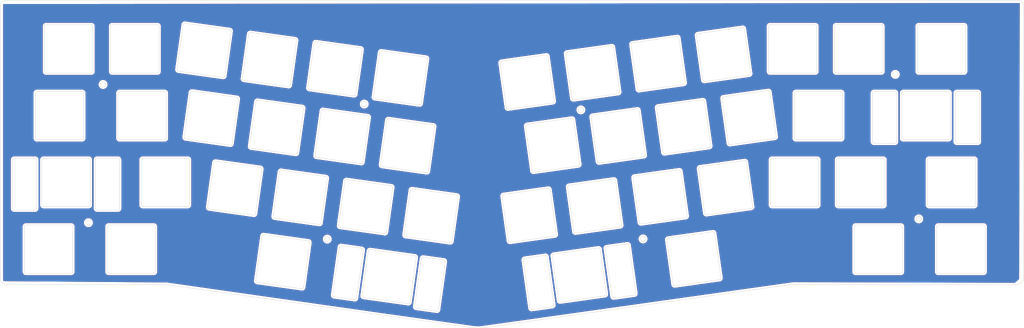
<source format=kicad_pcb>
(kicad_pcb (version 20210126) (generator pcbnew)
  (layers (0 "F.Cu" signal) (31 "B.Cu" signal) (34 "B.Paste" user) (35 "F.Paste" user) (36 "B.SilkS" user "B.Silkscreen") (37 "F.SilkS" user "F.Silkscreen") (38 "B.Mask" user) (39 "F.Mask" user) (44 "Edge.Cuts" user))
  (net 0 "")
  (gr_arc (start 187.534651 176.618375) (end 187.604237 176.12324) (angle -90) (layer "Edge.Cuts") (width 0.1))
  (gr_arc (start 218.811522 190.832721) (end 218.316387 190.902307) (angle -90) (layer "Edge.Cuts") (width 0.1))
  (gr_line (start 168.379329 188.063856) (end 170.327753 174.200103) (layer "Edge.Cuts") (width 0.1))
  (gr_line (start 260.11088 184.52356) (end 272.984364 182.714309) (layer "Edge.Cuts") (width 0.1))
  (gr_line (start 287.037281 122.677143) (end 287.037281 109.677143) (layer "Edge.Cuts") (width 0.1))
  (gr_arc (start 263.189302 164.348787) (end 263.258888 164.843922) (angle -90) (layer "Edge.Cuts") (width 0.1))
  (gr_arc (start 185.120377 176.279071) (end 185.615511 176.348657) (angle -90) (layer "Edge.Cuts") (width 0.1))
  (gr_arc (start 267.371174 150.633306) (end 267.301587 150.138171) (angle -90) (layer "Edge.Cuts") (width 0.1))
  (gr_arc (start 279.658315 110.43203) (end 280.153449 110.362443) (angle -90) (layer "Edge.Cuts") (width 0.1))
  (gr_arc (start 109.942031 180.398642) (end 109.942031 180.898643) (angle -90) (layer "Edge.Cuts") (width 0.1))
  (gr_arc (start 349.019531 167.398642) (end 349.519531 167.398643) (angle -90) (layer "Edge.Cuts") (width 0.1))
  (gr_arc (start 246.448347 172.811033) (end 246.943481 172.741446) (angle -90) (layer "Edge.Cuts") (width 0.1))
  (gr_arc (start 184.330443 156.930838) (end 184.400029 156.435703) (angle -90) (layer "Edge.Cuts") (width 0.1))
  (gr_arc (start 169.493361 116.371191) (end 169.988495 116.440777) (angle -90) (layer "Edge.Cuts") (width 0.1))
  (gr_arc (start 183.311127 189.152556) (end 183.24154 189.64769) (angle -90) (layer "Edge.Cuts") (width 0.1))
  (gr_arc (start 169.832619 174.130517) (end 170.327753 174.200103) (angle -90) (layer "Edge.Cuts") (width 0.1))
  (gr_arc (start 336.019531 180.398643) (end 335.519531 180.398643) (angle -90) (layer "Edge.Cuts") (width 0.1))
  (gr_line (start 251.600886 146.740218) (end 249.791636 133.866734) (layer "Edge.Cuts") (width 0.1))
  (gr_line (start 246.378761 172.315899) (end 240.437152 173.150937) (layer "Edge.Cuts") (width 0.1))
  (gr_circle (center 170.590674 132.091571) (end 171.390674 132.091571) (layer "Edge.Cuts") (width 0.1) (fill none))
  (gr_line (start 268.091522 130.789939) (end 255.218037 132.599189) (layer "Edge.Cuts") (width 0.1))
  (gr_arc (start 73.129531 180.398643) (end 72.629531 180.398643) (angle -90) (layer "Edge.Cuts") (width 0.1))
  (gr_line (start 338.923031 142.417643) (end 325.923031 142.417642) (layer "Edge.Cuts") (width 0.1))
  (gr_line (start 219.437246 151.765437) (end 232.310731 149.956187) (layer "Edge.Cuts") (width 0.1))
  (gr_line (start 269.250011 164.001924) (end 282.123496 162.192674) (layer "Edge.Cuts") (width 0.1))
  (gr_arc (start 343.399781 122.677143) (end 343.399781 123.177143) (angle -90) (layer "Edge.Cuts") (width 0.1))
  (gr_arc (start 165.465837 154.279589) (end 165.535423 153.784455) (angle -90) (layer "Edge.Cuts") (width 0.1))
  (gr_line (start 161.872999 187.654365) (end 167.814609 188.489404) (layer "Edge.Cuts") (width 0.1))
  (gr_arc (start 119.752781 148.158143) (end 120.252781 148.158143) (angle -90) (layer "Edge.Cuts") (width 0.1))
  (gr_line (start 100.115781 148.158143) (end 100.115781 162.158143) (layer "Edge.Cuts") (width 0.1))
  (gr_arc (start 133.829052 130.596114) (end 134.324186 130.6657) (angle -90) (layer "Edge.Cuts") (width 0.1))
  (gr_line (start 330.399781 109.177143) (end 343.399781 109.177143) (layer "Edge.Cuts") (width 0.1))
  (gr_line (start 119.752781 161.658143) (end 106.752781 161.658143) (layer "Edge.Cuts") (width 0.1))
  (gr_line (start 222.73512 175.638796) (end 216.793512 176.473834) (layer "Edge.Cuts") (width 0.1))
  (gr_line (start 195.889811 171.68316) (end 197.69906 158.809674) (layer "Edge.Cuts") (width 0.1))
  (gr_line (start 293.312511 184.098643) (end 358.659848 184.098642) (layer "Edge.Cuts") (width 0.1))
  (gr_line (start 332.852531 161.158143) (end 332.852531 148.158143) (layer "Edge.Cuts") (width 0.1))
  (gr_line (start 137.260137 111.841106) (end 135.450887 124.714591) (layer "Edge.Cuts") (width 0.1))
  (gr_arc (start 150.628756 113.719943) (end 151.12389 113.789529) (angle -90) (layer "Edge.Cuts") (width 0.1))
  (gr_arc (start 138.800857 163.659829) (end 138.73127 164.154964) (angle -90) (layer "Edge.Cuts") (width 0.1))
  (gr_arc (start 268.161109 131.285073) (end 268.656243 131.215486) (angle -90) (layer "Edge.Cuts") (width 0.1))
  (gr_line (start 320.08728 109.677143) (end 320.08728 122.677143) (layer "Edge.Cuts") (width 0.1))
  (gr_line (start 171.751758 174.400234) (end 169.942508 187.273719) (layer "Edge.Cuts") (width 0.1))
  (gr_arc (start 248.506567 153.284553) (end 248.43698 152.789418) (angle -90) (layer "Edge.Cuts") (width 0.1))
  (gr_line (start 89.772781 128.917643) (end 89.772781 141.917643) (layer "Edge.Cuts") (width 0.1))
  (gr_arc (start 272.914779 182.219175) (end 272.984365 182.714309) (angle -90) (layer "Edge.Cuts") (width 0.1))
  (gr_arc (start 148.819505 126.593428) (end 148.749918 127.088562) (angle -90) (layer "Edge.Cuts") (width 0.1))
  (gr_arc (start 75.739781 148.158143) (end 76.239781 148.158143) (angle -90) (layer "Edge.Cuts") (width 0.1))
  (gr_line (start 132.514936 143.539185) (end 134.324186 130.6657) (layer "Edge.Cuts") (width 0.1))
  (gr_line (start 335.519531 180.398643) (end 335.519531 167.398643) (layer "Edge.Cuts") (width 0.1))
  (gr_arc (start 99.615781 162.158143) (end 99.615781 162.658142) (angle -90) (layer "Edge.Cuts") (width 0.1))
  (gr_arc (start 182.521192 169.804323) (end 182.026057 169.734736) (angle -90) (layer "Edge.Cuts") (width 0.1))
  (gr_arc (start 300.53728 109.677142) (end 301.03728 109.677143) (angle -90) (layer "Edge.Cuts") (width 0.1))
  (gr_circle (center 95.328318 126.440719) (end 96.128318 126.440719) (layer "Edge.Cuts") (width 0.1) (fill none))
  (gr_line (start 222.994909 117.890639) (end 210.121424 119.699889) (layer "Edge.Cuts") (width 0.1))
  (gr_line (start 192.02297 191.386753) (end 193.971393 177.523) (layer "Edge.Cuts") (width 0.1))
  (gr_arc (start 346.352531 148.158143) (end 346.852531 148.158143) (angle -90) (layer "Edge.Cuts") (width 0.1))
  (gr_line (start 229.146828 156.005386) (end 230.956078 168.878872) (layer "Edge.Cuts") (width 0.1))
  (gr_line (start 183.835309 156.861251) (end 182.026058 169.734736) (layer "Edge.Cuts") (width 0.1))
  (gr_arc (start 190.422872 138.549856) (end 190.918006 138.619442) (angle -90) (layer "Edge.Cuts") (width 0.1))
  (gr_line (start 301.03728 109.677143) (end 301.03728 122.677143) (layer "Edge.Cuts") (width 0.1))
  (gr_arc (start 223.064495 118.385773) (end 223.559629 118.316186) (angle -90) (layer "Edge.Cuts") (width 0.1))
  (gr_arc (start 159.474715 153.437593) (end 159.969849 153.507179) (angle -90) (layer "Edge.Cuts") (width 0.1))
  (gr_line (start 271.035942 168.850557) (end 258.162456 170.659807) (layer "Edge.Cuts") (width 0.1))
  (gr_arc (start 96.942031 167.398643) (end 96.942031 166.898643) (angle -90) (layer "Edge.Cuts") (width 0.1))
  (gr_arc (start 346.352531 161.158143) (end 346.352531 161.658143) (angle -90) (layer "Edge.Cuts") (width 0.1))
  (gr_line (start 225.955223 169.581696) (end 224.145973 156.708211) (layer "Edge.Cuts") (width 0.1))
  (gr_arc (start 76.272781 141.917643) (end 75.772781 141.917643) (angle -90) (layer "Edge.Cuts") (width 0.1))
  (gr_arc (start 341.361031 142.917642) (end 340.861031 142.917643) (angle -90) (layer "Edge.Cuts") (width 0.1))
  (gr_line (start 307.966781 142.417642) (end 294.96678 142.417642) (layer "Edge.Cuts") (width 0.1))
  (gr_line (start 349.519531 167.398643) (end 349.519531 180.398643) (layer "Edge.Cuts") (width 0.1))
  (gr_arc (start 251.105752 146.809805) (end 251.175338 147.304939) (angle -90) (layer "Edge.Cuts") (width 0.1))
  (gr_line (start 127.241489 148.907509) (end 125.432238 161.780994) (layer "Edge.Cuts") (width 0.1))
  (gr_arc (start 338.923031 141.917643) (end 338.923031 142.417643) (angle -90) (layer "Edge.Cuts") (width 0.1))
  (gr_arc (start 146.60123 151.628343) (end 146.670816 151.133208) (angle -90) (layer "Edge.Cuts") (width 0.1))
  (gr_line (start 263.098092 125.887176) (end 261.288842 113.013691) (layer "Edge.Cuts") (width 0.1))
  (gr_arc (start 317.485031 128.917643) (end 317.485031 128.417643) (angle -90) (layer "Edge.Cuts") (width 0.1))
  (gr_line (start 333.352531 147.658143) (end 346.352531 147.658143) (layer "Edge.Cuts") (width 0.1))
  (gr_arc (start 113.085281 128.917643) (end 113.585281 128.917643) (angle -90) (layer "Edge.Cuts") (width 0.1))
  (gr_arc (start 91.939781 109.677142) (end 92.439781 109.677143) (angle -90) (layer "Edge.Cuts") (width 0.1))
  (gr_arc (start 158.68478 134.089358) (end 158.754366 133.594223) (angle -90) (layer "Edge.Cuts") (width 0.1))
  (gr_line (start 106.752781 147.658143) (end 119.752781 147.658143) (layer "Edge.Cuts") (width 0.1))
  (gr_arc (start 262.602958 125.956763) (end 262.672544 126.451897) (angle -90) (layer "Edge.Cuts") (width 0.1))
  (gr_arc (start 212.00026 133.068508) (end 211.505126 133.138094) (angle -90) (layer "Edge.Cuts") (width 0.1))
  (gr_arc (start 358.66222 104.14939) (end 360.66222 104.14945) (angle -90.00174353) (layer "Edge.Cuts") (width 0.1))
  (gr_arc (start 195.394677 171.613573) (end 195.32509 172.108707) (angle -90) (layer "Edge.Cuts") (width 0.1))
  (gr_line (start 178.408908 155.593707) (end 165.535424 153.784456) (layer "Edge.Cuts") (width 0.1))
  (gr_arc (start 244.324697 167.000035) (end 244.394283 167.495169) (angle -90) (layer "Edge.Cuts") (width 0.1))
  (gr_arc (start 97.989781 109.677143) (end 97.989781 109.177143) (angle -90) (layer "Edge.Cuts") (width 0.1))
  (gr_line (start 187.043852 131.96551) (end 188.853102 119.092025) (layer "Edge.Cuts") (width 0.1))
  (gr_line (start 248.891905 186.605199) (end 246.943481 172.741446) (layer "Edge.Cuts") (width 0.1))
  (gr_arc (start 197.203927 158.740088) (end 197.699061 158.809674) (angle -90) (layer "Edge.Cuts") (width 0.1))
  (gr_line (start 113.585281 128.917643) (end 113.585281 141.917643) (layer "Edge.Cuts") (width 0.1))
  (gr_line (start 286.956128 128.13869) (end 274.082643 129.94794) (layer "Edge.Cuts") (width 0.1))
  (gr_arc (start 78.939781 122.677143) (end 78.439781 122.677143) (angle -90) (layer "Edge.Cuts") (width 0.1))
  (gr_line (start 99.615781 162.658142) (end 93.615781 162.658143) (layer "Edge.Cuts") (width 0.1))
  (gr_arc (start 236.423017 135.74557) (end 236.35343 135.250435) (angle -90) (layer "Edge.Cuts") (width 0.1))
  (gr_arc (start 255.287624 133.094323) (end 255.218037 132.599188) (angle -90) (layer "Edge.Cuts") (width 0.1))
  (gr_line (start 190.492459 138.054722) (end 177.618974 136.245471) (layer "Edge.Cuts") (width 0.1))
  (gr_arc (start 222.804707 176.13393) (end 223.299841 176.064343) (angle -90) (layer "Edge.Cuts") (width 0.1))
  (gr_arc (start 248.396771 186.674786) (end 248.466357 187.16992) (angle -90) (layer "Edge.Cuts") (width 0.1))
  (gr_line (start 189.108756 151.492927) (end 190.918006 138.619443) (layer "Edge.Cuts") (width 0.1))
  (gr_arc (start 260.041294 184.028425) (end 259.546159 184.098012) (angle -90) (layer "Edge.Cuts") (width 0.1))
  (gr_line (start 156.805943 147.457977) (end 169.679428 149.267228) (layer "Edge.Cuts") (width 0.1))
  (gr_arc (start 240.506739 173.646071) (end 240.437152 173.150936) (angle -90) (layer "Edge.Cuts") (width 0.1))
  (gr_arc (start 247.920223 114.892528) (end 247.850636 114.397393) (angle -90) (layer "Edge.Cuts") (width 0.1))
  (gr_line (start 227.097817 189.163244) (end 239.971302 187.353994) (layer "Edge.Cuts") (width 0.1))
  (gr_arc (start 333.352531 161.158143) (end 332.852531 161.158143) (angle -90) (layer "Edge.Cuts") (width 0.1))
  (gr_arc (start 301.108781 148.158142) (end 301.608781 148.158143) (angle -90) (layer "Edge.Cuts") (width 0.1))
  (gr_arc (start 177.549387 136.740606) (end 177.618973 136.245471) (angle -90) (layer "Edge.Cuts") (width 0.1))
  (gr_arc (start 97.989781 122.677143) (end 97.489781 122.677143) (angle -90) (layer "Edge.Cuts") (width 0.1))
  (gr_line (start 89.272781 142.417643) (end 76.272781 142.417643) (layer "Edge.Cuts") (width 0.1))
  (gr_circle (center 159.937427 170.99908) (end 160.737427 170.99908) (layer "Edge.Cuts") (width 0.1) (fill none))
  (gr_arc (start 307.158781 161.158142) (end 306.658781 161.158143) (angle -90) (layer "Edge.Cuts") (width 0.1))
  (gr_line (start 110.442031 167.398643) (end 110.442031 180.398643) (layer "Edge.Cuts") (width 0.1))
  (gr_line (start 242.44586 153.631416) (end 229.572375 155.440667) (layer "Edge.Cuts") (width 0.1))
  (gr_line (start 225.248264 189.928096) (end 223.299841 176.064343) (layer "Edge.Cuts") (width 0.1))
  (gr_line (start 254.79249 133.16391) (end 256.60174 146.037394) (layer "Edge.Cuts") (width 0.1))
  (gr_arc (start 69.739781 148.158143) (end 69.739781 147.658143) (angle -90) (layer "Edge.Cuts") (width 0.1))
  (gr_arc (start 138.010924 144.311596) (end 137.515789 144.242009) (angle -90) (layer "Edge.Cuts") (width 0.1))
  (gr_circle (center 91.108191 166.274597) (end 91.908191 166.274597) (layer "Edge.Cuts") (width 0.1) (fill none))
  (gr_line (start 153.151275 184.913865) (end 154.960526 172.04038) (layer "Edge.Cuts") (width 0.1))
  (gr_arc (start 227.028231 188.66811) (end 226.533096 188.737696) (angle -90) (layer "Edge.Cuts") (width 0.1))
  (gr_line (start 248.011433 153.35414) (end 249.820683 166.227625) (layer "Edge.Cuts") (width 0.1))
  (gr_line (start 171.627852 135.403475) (end 158.754367 133.594224) (layer "Edge.Cuts") (width 0.1))
  (gr_arc (start 250.315817 166.158038) (end 249.820682 166.227624) (angle -90) (layer "Edge.Cuts") (width 0.1))
  (gr_arc (start 341.361031 128.917643) (end 341.361031 128.417643) (angle -90) (layer "Edge.Cuts") (width 0.1))
  (gr_arc (start 301.108781 161.158143) (end 301.108781 161.658143) (angle -90) (layer "Edge.Cuts") (width 0.1))
  (gr_line (start 177.054253 136.671019) (end 175.245003 149.544504) (layer "Edge.Cuts") (width 0.1))
  (gr_arc (start 274.152229 130.443075) (end 274.082642 129.94794) (angle -90) (layer "Edge.Cuts") (width 0.1))
  (gr_line (start 119.07673 142.155482) (end 131.950215 143.964732) (layer "Edge.Cuts") (width 0.1))
  (gr_line (start 139.295991 163.729416) (end 141.105241 150.855932) (layer "Edge.Cuts") (width 0.1))
  (gr_line (start 319.587281 123.177143) (end 306.587281 123.177142) (layer "Edge.Cuts") (width 0.1))
  (gr_line (start 210.28222 158.656635) (end 212.091471 171.53012) (layer "Edge.Cuts") (width 0.1))
  (gr_arc (start 210.191011 120.195023) (end 210.121424 119.699888) (angle -90) (layer "Edge.Cuts") (width 0.1))
  (gr_line (start 320.158781 161.658143) (end 307.158781 161.658142) (layer "Edge.Cuts") (width 0.1))
  (gr_arc (start 137.75527 111.910693) (end 137.824857 111.415558) (angle -90) (layer "Edge.Cuts") (width 0.1))
  (gr_line (start 316.985031 142.917643) (end 316.985031 128.917643) (layer "Edge.Cuts") (width 0.1))
  (gr_line (start 158.189646 134.019772) (end 156.380396 146.893257) (layer "Edge.Cuts") (width 0.1))
  (gr_arc (start 78.177781 148.158142) (end 78.177781 147.658143) (angle -90) (layer "Edge.Cuts") (width 0.1))
  (gr_line (start 325.923031 128.417643) (end 338.923031 128.417643) (layer "Edge.Cuts") (width 0.1))
  (gr_arc (start 188.613622 151.423341) (end 188.544035 151.918475) (angle -90) (layer "Edge.Cuts") (width 0.1))
  (gr_arc (start 358.659848 182.098643) (end 358.659848 184.098642) (angle -89.99825647) (layer "Edge.Cuts") (width 0.1))
  (gr_arc (start 152.656141 184.844278) (end 152.586554 185.339412) (angle -90) (layer "Edge.Cuts") (width 0.1))
  (gr_line (start 193.545846 176.958279) (end 187.604237 176.123241) (layer "Edge.Cuts") (width 0.1))
  (gr_line (start 257.736908 171.224526) (end 259.54616 184.098012) (layer "Edge.Cuts") (width 0.1))
  (gr_line (start 163.395876 173.225891) (end 161.447453 187.089644) (layer "Edge.Cuts") (width 0.1))
  (gr_arc (start 243.738353 128.60801) (end 243.807939 129.103144) (angle -90) (layer "Edge.Cuts") (width 0.1))
  (gr_line (start 159.544301 152.942459) (end 146.670816 151.133209) (layer "Edge.Cuts") (width 0.1))
  (gr_arc (start 330.399781 122.677143) (end 329.899781 122.677143) (angle -90) (layer "Edge.Cuts") (width 0.1))
  (gr_line (start 263.684436 164.2792) (end 261.875186 151.405716) (layer "Edge.Cuts") (width 0.1))
  (gr_arc (start 193.476259 177.453413) (end 193.971393 177.522999) (angle -90) (layer "Edge.Cuts") (width 0.1))
  (gr_arc (start 343.399781 109.677143) (end 343.899781 109.677143) (angle -90) (layer "Edge.Cuts") (width 0.1))
  (gr_line (start 282.549044 161.627954) (end 280.739793 148.754469) (layer "Edge.Cuts") (width 0.1))
  (gr_arc (start 131.764148 111.068696) (end 132.259282 111.138282) (angle -90) (layer "Edge.Cuts") (width 0.1))
  (gr_line (start 329.899781 122.677143) (end 329.899781 109.677143) (layer "Edge.Cuts") (width 0.1))
  (gr_arc (start 229.641962 155.9358) (end 229.572375 155.440666) (angle -90) (layer "Edge.Cuts") (width 0.1))
  (gr_line (start 144.722393 164.996961) (end 157.595878 166.806212) (layer "Edge.Cuts") (width 0.1))
  (gr_arc (start 91.177781 161.158143) (end 91.177781 161.658143) (angle -90) (layer "Edge.Cuts") (width 0.1))
  (gr_arc (start 280.244659 148.824055) (end 280.739793 148.754468) (angle -90) (layer "Edge.Cuts") (width 0.1))
  (gr_arc (start 231.451212 168.809286) (end 230.956077 168.878872) (angle -90) (layer "Edge.Cuts") (width 0.1))
  (gr_line (start 156.124742 114.492354) (end 154.315492 127.365839) (layer "Edge.Cuts") (width 0.1))
  (gr_line (start 182.451606 170.299457) (end 195.325091 172.108707) (layer "Edge.Cuts") (width 0.1))
  (gr_arc (start 294.96678 128.917643) (end 294.96678 128.417643) (angle -90) (layer "Edge.Cuts") (width 0.1))
  (gr_line (start 341.361031 128.417643) (end 347.361031 128.417643) (layer "Edge.Cuts") (width 0.1))
  (gr_circle (center 323.619329 123.537306) (end 324.419329 123.537306) (layer "Edge.Cuts") (width 0.1) (fill none))
  (gr_arc (start 249.296502 133.93632) (end 249.791636 133.866733) (angle -90) (layer "Edge.Cuts") (width 0.1))
  (gr_arc (start 307.966781 128.917642) (end 308.46678 128.917643) (angle -90) (layer "Edge.Cuts") (width 0.1))
  (gr_line (start 346.852531 148.158143) (end 346.852531 161.158143) (layer "Edge.Cuts") (width 0.1))
  (gr_line (start 347.861031 128.917643) (end 347.861031 142.917643) (layer "Edge.Cuts") (width 0.1))
  (gr_arc (start 75.739781 162.158143) (end 75.739781 162.658142) (angle -90) (layer "Edge.Cuts") (width 0.1))
  (gr_line (start 323.485031 143.417643) (end 317.485031 143.417642) (layer "Edge.Cuts") (width 0.1))
  (gr_line (start 169.562948 115.876057) (end 156.689462 114.066807) (layer "Edge.Cuts") (width 0.1))
  (gr_arc (start 117.081413 122.13293) (end 116.586278 122.063343) (angle -90) (layer "Edge.Cuts") (width 0.1))
  (gr_arc (start 120.955567 128.786863) (end 121.025153 128.291728) (angle -90) (layer "Edge.Cuts") (width 0.1))
  (gr_arc (start 307.158781 148.158143) (end 307.158781 147.658143) (angle -90) (layer "Edge.Cuts") (width 0.1))
  (gr_line (start 270.465493 144.088971) (end 268.656243 131.215486) (layer "Edge.Cuts") (width 0.1))
  (gr_arc (start 169.749014 148.772094) (end 169.679428 149.267228) (angle -90) (layer "Edge.Cuts") (width 0.1))
  (gr_arc (start 275.96148 143.31656) (end 275.466345 143.386146) (angle -90) (layer "Edge.Cuts") (width 0.1))
  (gr_line (start 111.489781 109.677143) (end 111.489781 122.677143) (layer "Edge.Cuts") (width 0.1))
  (gr_arc (start 172.246892 174.469821) (end 172.316478 173.974686) (angle -90) (layer "Edge.Cuts") (width 0.1))
  (gr_arc (start 320.158781 148.158142) (end 320.658781 148.158143) (angle -90) (layer "Edge.Cuts") (width 0.1))
  (gr_arc (start 91.939781 122.677143) (end 91.939781 123.177143) (angle -90) (layer "Edge.Cuts") (width 0.1))
  (gr_arc (start 268.594081 125.114765) (end 268.098946 125.184351) (angle -90) (layer "Edge.Cuts") (width 0.1))
  (gr_arc (start 269.970358 144.158558) (end 270.039945 144.653692) (angle -90) (layer "Edge.Cuts") (width 0.1))
  (gr_arc (start 230.864868 130.41726) (end 230.369733 130.486846) (angle -90) (layer "Edge.Cuts") (width 0.1))
  (gr_arc (start 287.537281 122.677143) (end 287.037281 122.677143) (angle -90) (layer "Edge.Cuts") (width 0.1))
  (gr_arc (start 224.873746 131.259258) (end 224.943332 131.754392) (angle -90) (layer "Edge.Cuts") (width 0.1))
  (gr_arc (start 257.096874 145.967808) (end 256.601739 146.037394) (angle -90) (layer "Edge.Cuts") (width 0.1))
  (gr_arc (start 129.954898 123.942181) (end 129.885311 124.437315) (angle -90) (layer "Edge.Cuts") (width 0.1))
  (gr_line (start 91.677781 148.158143) (end 91.677781 161.158143) (layer "Edge.Cuts") (width 0.1))
  (gr_line (start 217.063274 138.466405) (end 218.872526 151.33989) (layer "Edge.Cuts") (width 0.1))
  (gr_arc (start 119.752781 161.158143) (end 119.752781 161.658143) (angle -90) (layer "Edge.Cuts") (width 0.1))
  (gr_line (start 266.289697 112.310867) (end 268.098947 125.184352) (layer "Edge.Cuts") (width 0.1))
  (gr_arc (start 150.884409 146.120846) (end 150.814822 146.61598) (angle -90) (layer "Edge.Cuts") (width 0.1))
  (gr_arc (start 347.361031 142.917643) (end 347.361031 143.417643) (angle -90) (layer "Edge.Cuts") (width 0.1))
  (gr_line (start 149.314639 126.663014) (end 151.123889 113.78953) (layer "Edge.Cuts") (width 0.1))
  (gr_arc (start 127.736623 148.977095) (end 127.806209 148.48196) (angle -90) (layer "Edge.Cuts") (width 0.1))
  (gr_line (start 343.899781 109.677143) (end 343.899781 122.677143) (layer "Edge.Cuts") (width 0.1))
  (gr_line (start 306.587281 109.177143) (end 319.587281 109.177143) (layer "Edge.Cuts") (width 0.1))
  (gr_arc (start 154.465392 171.970793) (end 154.960526 172.040379) (angle -90) (layer "Edge.Cuts") (width 0.1))
  (gr_line (start 325.207031 180.898643) (end 312.207031 180.898642) (layer "Edge.Cuts") (width 0.1))
  (gr_line (start 131.833735 110.573562) (end 118.96025 108.76431) (layer "Edge.Cuts") (width 0.1))
  (gr_line (start 241.859516 115.239391) (end 228.986031 117.048642) (layer "Edge.Cuts") (width 0.1))
  (gr_arc (start 232.241145 149.461053) (end 232.310731 149.956187) (angle -90) (layer "Edge.Cuts") (width 0.1))
  (gr_line (start 154.741039 127.93056) (end 167.614524 129.73981) (layer "Edge.Cuts") (width 0.1))
  (gr_arc (start 225.460089 169.651283) (end 225.529675 170.146417) (angle -90) (layer "Edge.Cuts") (width 0.1))
  (gr_line (start 106.252781 161.158143) (end 106.252781 148.158143) (layer "Edge.Cuts") (width 0.1))
  (gr_arc (start 106.752781 161.158143) (end 106.252781 161.158143) (angle -90) (layer "Edge.Cuts") (width 0.1))
  (gr_arc (start 109.942031 167.398643) (end 110.442031 167.398643) (angle -90) (layer "Edge.Cuts") (width 0.1))
  (gr_arc (start 288.108781 161.158143) (end 287.608781 161.158143) (angle -90) (layer "Edge.Cuts") (width 0.1))
  (gr_line (start 173.605647 130.581807) (end 186.479131 132.391057) (layer "Edge.Cuts") (width 0.1))
  (gr_line (start 69.239781 162.158143) (end 69.239781 148.158143) (layer "Edge.Cuts") (width 0.1))
  (gr_arc (start 260.793708 113.083278) (end 261.288842 113.013691) (angle -90) (layer "Edge.Cuts") (width 0.1))
  (gr_line (start 75.772781 141.917643) (end 75.772781 128.917643) (layer "Edge.Cuts") (width 0.1))
  (gr_line (start 91.939781 123.177143) (end 78.939781 123.177143) (layer "Edge.Cuts") (width 0.1))
  (gr_arc (start 163.89101 173.295478) (end 163.960596 172.800343) (angle -90) (layer "Edge.Cuts") (width 0.1))
  (gr_arc (start 320.158781 161.158143) (end 320.158781 161.658143) (angle -90) (layer "Edge.Cuts") (width 0.1))
  (gr_line (start 187.039516 176.548788) (end 185.091093 190.412541) (layer "Edge.Cuts") (width 0.1))
  (gr_line (start 301.108781 161.658143) (end 288.108781 161.658142) (layer "Edge.Cuts") (width 0.1))
  (gr_line (start 228.560483 117.613362) (end 230.369734 130.486847) (layer "Edge.Cuts") (width 0.1))
  (gr_line (start 230.362308 136.092434) (end 217.488823 137.901684) (layer "Edge.Cuts") (width 0.1))
  (gr_arc (start 86.129531 167.398643) (end 86.629531 167.398643) (angle -90) (layer "Edge.Cuts") (width 0.1))
  (gr_arc (start 99.615781 148.158143) (end 100.115781 148.158143) (angle -90) (layer "Edge.Cuts") (width 0.1))
  (gr_arc (start 185.586227 190.482128) (end 185.091092 190.412541) (angle -90) (layer "Edge.Cuts") (width 0.1))
  (gr_arc (start 125.927371 161.85058) (end 125.432237 161.780993) (angle -90) (layer "Edge.Cuts") (width 0.1))
  (gr_arc (start 294.96678 141.917642) (end 294.46678 141.917643) (angle -90) (layer "Edge.Cuts") (width 0.1))
  (gr_line (start 312.207031 166.898643) (end 325.207031 166.898643) (layer "Edge.Cuts") (width 0.1))
  (gr_line (start 232.736279 149.391466) (end 230.927028 136.517981) (layer "Edge.Cuts") (width 0.1))
  (gr_line (start 78.939781 109.177143) (end 91.939781 109.177142) (layer "Edge.Cuts") (width 0.1))
  (gr_arc (start 319.587281 109.677142) (end 320.08728 109.677143) (angle -90) (layer "Edge.Cuts") (width 0.1))
  (gr_arc (start 325.207031 180.398642) (end 325.207031 180.898643) (angle -90) (layer "Edge.Cuts") (width 0.1))
  (gr_line (start 281.9627 123.235928) (end 280.153449 110.362444) (layer "Edge.Cuts") (width 0.1))
  (gr_line (start 163.587 167.648209) (end 176.460485 169.45746) (layer "Edge.Cuts") (width 0.1))
  (gr_arc (start 261.380052 151.475303) (end 261.875186 151.405716) (angle -90) (layer "Edge.Cuts") (width 0.1))
  (gr_arc (start 176.530072 168.962326) (end 176.460485 169.45746) (angle -90) (layer "Edge.Cuts") (width 0.1))
  (gr_line (start 294.46678 141.917643) (end 294.46678 128.917643) (layer "Edge.Cuts") (width 0.1))
  (gr_line (start 77.677781 161.158143) (end 77.677781 148.158143) (layer "Edge.Cuts") (width 0.1))
  (gr_arc (start 229.055618 117.543776) (end 228.986031 117.048641) (angle -90) (layer "Edge.Cuts") (width 0.1))
  (gr_arc (start 203.446185 184.610611) (end 201.776109 196.493828) (angle -16.00000305) (layer "Edge.Cuts") (width 0.1))
  (gr_arc (start 347.361031 128.917642) (end 347.861031 128.917643) (angle -90) (layer "Edge.Cuts") (width 0.1))
  (gr_line (start 150.698342 113.224809) (end 137.824857 111.415559) (layer "Edge.Cuts") (width 0.1))
  (gr_line (start 273.657095 130.512662) (end 275.466346 143.386147) (layer "Edge.Cuts") (width 0.1))
  (gr_line (start 93.615781 147.658143) (end 99.615781 147.658143) (layer "Edge.Cuts") (width 0.1))
  (gr_line (start 139.325041 131.368523) (end 137.51579 144.242009) (layer "Edge.Cuts") (width 0.1))
  (gr_line (start 209.695877 120.26461) (end 211.505127 133.138095) (layer "Edge.Cuts") (width 0.1))
  (gr_arc (start 144.79198 164.501828) (end 144.296845 164.432241) (angle -90) (layer "Edge.Cuts") (width 0.1))
  (gr_line (start 218.881108 191.327855) (end 224.822717 190.492817) (layer "Edge.Cuts") (width 0.1))
  (gr_arc (start 170.437642 187.343305) (end 169.942507 187.273718) (angle -90) (layer "Edge.Cuts") (width 0.1))
  (gr_line (start 96.942031 166.898643) (end 109.942031 166.898643) (layer "Edge.Cuts") (width 0.1))
  (gr_arc (start 325.207031 167.398643) (end 325.707031 167.398643) (angle -90) (layer "Edge.Cuts") (width 0.1))
  (gr_arc (start 67.67778 104.14939) (end 67.67778 102.14939) (angle -90) (layer "Edge.Cuts") (width 0.1))
  (gr_line (start 311.707031 180.398643) (end 311.707031 167.398643) (layer "Edge.Cuts") (width 0.1))
  (gr_arc (start 249.729474 127.766013) (end 249.234339 127.835599) (angle -90) (layer "Edge.Cuts") (width 0.1))
  (gr_line (start 339.423031 128.917643) (end 339.423031 141.917643) (layer "Edge.Cuts") (width 0.1))
  (gr_arc (start 288.108781 148.158142) (end 288.108781 147.658143) (angle -90) (layer "Edge.Cuts") (width 0.1))
  (gr_arc (start 175.740137 149.614091) (end 175.245002 149.544504) (angle -90) (layer "Edge.Cuts") (width 0.1))
  (gr_arc (start 106.752781 148.158143) (end 106.752781 147.658143) (angle -90) (layer "Edge.Cuts") (width 0.1))
  (gr_line (start 146.106096 151.558756) (end 144.296846 164.432241) (layer "Edge.Cuts") (width 0.1))
  (gr_line (start 67.67778 102.14939) (end 358.66222 102.14939) (layer "Edge.Cuts") (width 0.1))
  (gr_line (start 140.679694 150.291212) (end 127.806209 148.481961) (layer "Edge.Cuts") (width 0.1))
  (gr_circle (center 330.37968 165.169742) (end 331.17968 165.169742) (layer "Edge.Cuts") (width 0.1) (fill none))
  (gr_line (start 185.189964 175.783936) (end 172.316479 173.974687) (layer "Edge.Cuts") (width 0.1))
  (gr_line (start 99.585281 141.917643) (end 99.585281 128.917643) (layer "Edge.Cuts") (width 0.1))
  (gr_line (start 257.16646 146.462942) (end 270.039946 144.653692) (layer "Edge.Cuts") (width 0.1))
  (gr_arc (start 266.784831 112.24128) (end 266.715244 111.746145) (angle -90) (layer "Edge.Cuts") (width 0.1))
  (gr_arc (start 282.05391 161.69754) (end 282.123496 162.192674) (angle -90) (layer "Edge.Cuts") (width 0.1))
  (gr_arc (start 325.923031 128.917643) (end 325.923031 128.417643) (angle -90) (layer "Edge.Cuts") (width 0.1))
  (gr_line (start 113.085281 142.417642) (end 100.085281 142.417643) (layer "Edge.Cuts") (width 0.1))
  (gr_arc (start 154.810626 127.435426) (end 154.315491 127.365839) (angle -90) (layer "Edge.Cuts") (width 0.1))
  (gr_arc (start 89.272781 128.917642) (end 89.772781 128.917643) (angle -90) (layer "Edge.Cuts") (width 0.1))
  (gr_line (start 97.989781 109.177143) (end 110.989781 109.177142) (layer "Edge.Cuts") (width 0.1))
  (gr_line (start 347.361031 143.417643) (end 341.361031 143.417642) (layer "Edge.Cuts") (width 0.1))
  (gr_line (start 93.115781 162.158143) (end 93.115781 148.158143) (layer "Edge.Cuts") (width 0.1))
  (gr_arc (start 167.684111 129.244676) (end 167.614524 129.73981) (angle -90) (layer "Edge.Cuts") (width 0.1))
  (gr_line (start 266.87604 150.702892) (end 268.685291 163.576377) (layer "Edge.Cuts") (width 0.1))
  (gr_line (start 75.739781 162.658142) (end 69.739781 162.658143) (layer "Edge.Cuts") (width 0.1))
  (gr_line (start 110.989781 123.177143) (end 97.989781 123.177143) (layer "Edge.Cuts") (width 0.1))
  (gr_line (start 276.031066 143.811694) (end 288.904551 142.002444) (layer "Edge.Cuts") (width 0.1))
  (gr_arc (start 141.591907 170.161543) (end 141.661493 169.666408) (angle -90) (layer "Edge.Cuts") (width 0.1))
  (gr_line (start 325.423031 141.917643) (end 325.423031 128.917643) (layer "Edge.Cuts") (width 0.1))
  (gr_arc (start 139.782656 183.035028) (end 139.287521 182.965441) (angle -90) (layer "Edge.Cuts") (width 0.1))
  (gr_arc (start 287.537281 109.677142) (end 287.537281 109.177143) (angle -90) (layer "Edge.Cuts") (width 0.1))
  (gr_arc (start 306.587281 122.677143) (end 306.087281 122.677143) (angle -90) (layer "Edge.Cuts") (width 0.1))
  (gr_arc (start 317.485031 142.917642) (end 316.985031 142.917643) (angle -90) (layer "Edge.Cuts") (width 0.1))
  (gr_arc (start 333.352531 148.158142) (end 333.352531 147.658143) (angle -90) (layer "Edge.Cuts") (width 0.1))
  (gr_arc (start 216.863097 176.968968) (end 216.793511 176.473833) (angle -90) (layer "Edge.Cuts") (width 0.1))
  (gr_arc (start 306.587281 109.677142) (end 306.587281 109.177143) (angle -90) (layer "Edge.Cuts") (width 0.1))
  (gr_line (start 323.985031 128.917643) (end 323.985031 142.917643) (layer "Edge.Cuts") (width 0.1))
  (gr_line (start 69.739781 147.658143) (end 75.739781 147.658143) (layer "Edge.Cuts") (width 0.1))
  (gr_line (start 230.934455 130.912394) (end 243.807939 129.103144) (layer "Edge.Cuts") (width 0.1))
  (gr_arc (start 191.527835 191.317166) (end 191.458249 191.8123) (angle -90) (layer "Edge.Cuts") (width 0.1))
  (gr_arc (start 224.75313 189.997683) (end 224.822716 190.492817) (angle -90) (layer "Edge.Cuts") (width 0.1))
  (gr_line (start 125.857786 162.345714) (end 138.73127 164.154964) (layer "Edge.Cuts") (width 0.1))
  (gr_arc (start 67.67778 182.098643) (end 65.677781 182.098643) (angle -90) (layer "Edge.Cuts") (width 0.1))
  (gr_line (start 360.66222 104.14945) (end 360.659848 182.098703) (layer "Edge.Cuts") (width 0.1))
  (gr_line (start 170.244149 148.84168) (end 172.053399 135.968195) (layer "Edge.Cuts") (width 0.1))
  (gr_line (start 96.442031 180.398643) (end 96.442031 167.398643) (layer "Edge.Cuts") (width 0.1))
  (gr_line (start 185.516641 190.977262) (end 191.458249 191.812299) (layer "Edge.Cuts") (width 0.1))
  (gr_arc (start 323.485031 142.917643) (end 323.485031 143.417643) (angle -90) (layer "Edge.Cuts") (width 0.1))
  (gr_arc (start 288.834965 141.50731) (end 288.904551 142.002444) (angle -90) (layer "Edge.Cuts") (width 0.1))
  (gr_circle (center 250.926633 170.941332) (end 251.726633 170.941332) (layer "Edge.Cuts") (width 0.1) (fill none))
  (gr_line (start 130.450032 124.011767) (end 132.259282 111.138282) (layer "Edge.Cuts") (width 0.1))
  (gr_arc (start 173.675233 130.086673) (end 173.180098 130.017086) (angle -90) (layer "Edge.Cuts") (width 0.1))
  (gr_line (start 183.806261 189.222142) (end 185.615511 176.348657) (layer "Edge.Cuts") (width 0.1))
  (gr_line (start 205.116264 196.493828) (end 293.312511 184.098643) (layer "Edge.Cuts") (width 0.1))
  (gr_line (start 225.36888 131.189671) (end 223.559629 118.316186) (layer "Edge.Cuts") (width 0.1))
  (gr_arc (start 118.890664 109.259445) (end 118.96025 108.76431) (angle -90) (layer "Edge.Cuts") (width 0.1))
  (gr_line (start 73.129531 166.898643) (end 86.129531 166.898643) (layer "Edge.Cuts") (width 0.1))
  (gr_line (start 135.876434 125.279312) (end 148.749919 127.088562) (layer "Edge.Cuts") (width 0.1))
  (gr_arc (start 271.105528 169.345691) (end 271.600662 169.276104) (angle -90) (layer "Edge.Cuts") (width 0.1))
  (gr_line (start 139.71307 183.530162) (end 152.586555 185.339411) (layer "Edge.Cuts") (width 0.1))
  (gr_line (start 212.656191 171.955667) (end 225.529676 170.146417) (layer "Edge.Cuts") (width 0.1))
  (gr_arc (start 110.989781 109.677142) (end 111.489781 109.677143) (angle -90) (layer "Edge.Cuts") (width 0.1))
  (gr_line (start 343.399781 123.177143) (end 330.399781 123.177142) (layer "Edge.Cuts") (width 0.1))
  (gr_arc (start 219.36766 151.270302) (end 218.872525 151.339889) (angle -90) (layer "Edge.Cuts") (width 0.1))
  (gr_line (start 307.158781 147.658143) (end 320.158781 147.658143) (layer "Edge.Cuts") (width 0.1))
  (gr_arc (start 217.558409 138.396818) (end 217.488822 137.901683) (angle -90) (layer "Edge.Cuts") (width 0.1))
  (gr_arc (start 132.019802 143.469598) (end 131.950215 143.964732) (angle -90) (layer "Edge.Cuts") (width 0.1))
  (gr_line (start 170.368055 187.838438) (end 183.241539 189.64769) (layer "Edge.Cuts") (width 0.1))
  (gr_arc (start 96.942031 180.398643) (end 96.442031 180.398643) (angle -90) (layer "Edge.Cuts") (width 0.1))
  (gr_line (start 212.069847 133.563642) (end 224.943332 131.754392) (layer "Edge.Cuts") (width 0.1))
  (gr_arc (start 336.019531 167.398643) (end 336.019531 166.898643) (angle -90) (layer "Edge.Cuts") (width 0.1))
  (gr_arc (start 281.467566 123.305515) (end 281.537152 123.800649) (angle -90) (layer "Edge.Cuts") (width 0.1))
  (gr_arc (start 86.129531 180.398643) (end 86.129531 180.898643) (angle -90) (layer "Edge.Cuts") (width 0.1))
  (gr_line (start 287.608781 161.158143) (end 287.608781 148.158143) (layer "Edge.Cuts") (width 0.1))
  (gr_line (start 240.396849 186.789274) (end 238.587599 173.915789) (layer "Edge.Cuts") (width 0.1))
  (gr_arc (start 188.357968 119.022438) (end 188.853102 119.092024) (angle -90) (layer "Edge.Cuts") (width 0.1))
  (gr_line (start 306.658781 161.158143) (end 306.658781 148.158143) (layer "Edge.Cuts") (width 0.1))
  (gr_arc (start 225.21898 175.794625) (end 225.149393 175.299491) (angle -90) (layer "Edge.Cuts") (width 0.1))
  (gr_line (start 92.439781 109.677143) (end 92.439781 122.677143) (layer "Edge.Cuts") (width 0.1))
  (gr_line (start 76.272781 128.417643) (end 89.272781 128.417642) (layer "Edge.Cuts") (width 0.1))
  (gr_arc (start 163.656587 167.153075) (end 163.161452 167.083488) (angle -90) (layer "Edge.Cuts") (width 0.1))
  (gr_line (start 188.427555 118.527304) (end 175.55407 116.718053) (layer "Edge.Cuts") (width 0.1))
  (gr_line (start 168.179245 129.314262) (end 169.988495 116.440778) (layer "Edge.Cuts") (width 0.1))
  (gr_arc (start 269.180425 163.506789) (end 268.68529 163.576376) (angle -90) (layer "Edge.Cuts") (width 0.1))
  (gr_line (start 242.524749 188.004958) (end 248.466356 187.16992) (layer "Edge.Cuts") (width 0.1))
  (gr_arc (start 171.558265 135.898608) (end 172.053399 135.968195) (angle -90) (layer "Edge.Cuts") (width 0.1))
  (gr_line (start 261.310465 150.980169) (end 248.43698 152.789419) (layer "Edge.Cuts") (width 0.1))
  (gr_line (start 294.96678 128.417643) (end 307.966781 128.417643) (layer "Edge.Cuts") (width 0.1))
  (gr_arc (start 338.923031 128.917643) (end 339.423031 128.917643) (angle -90) (layer "Edge.Cuts") (width 0.1))
  (gr_line (start 174.98935 117.143602) (end 173.180099 130.017086) (layer "Edge.Cuts") (width 0.1))
  (gr_line (start 86.129531 180.898643) (end 73.129531 180.898643) (layer "Edge.Cuts") (width 0.1))
  (gr_line (start 223.581253 156.282664) (end 210.707768 158.091914) (layer "Edge.Cuts") (width 0.1))
  (gr_line (start 78.177781 147.658143) (end 91.177781 147.658143) (layer "Edge.Cuts") (width 0.1))
  (gr_arc (start 230.431894 136.587568) (end 230.927028 136.517981) (angle -90) (layer "Edge.Cuts") (width 0.1))
  (gr_arc (start 287.025714 128.633825) (end 287.520848 128.564238) (angle -90) (layer "Edge.Cuts") (width 0.1))
  (gr_line (start 244.233487 128.538424) (end 242.424237 115.664939) (layer "Edge.Cuts") (width 0.1))
  (gr_line (start 152.763246 132.752227) (end 139.889761 130.942977) (layer "Edge.Cuts") (width 0.1))
  (gr_arc (start 93.615781 148.158143) (end 93.615781 147.658143) (angle -90) (layer "Edge.Cuts") (width 0.1))
  (gr_line (start 287.537281 109.177143) (end 300.537281 109.177143) (layer "Edge.Cuts") (width 0.1))
  (gr_line (start 320.658781 148.158143) (end 320.658781 161.158143) (layer "Edge.Cuts") (width 0.1))
  (gr_line (start 325.707031 167.398643) (end 325.707031 180.398643) (layer "Edge.Cuts") (width 0.1))
  (gr_line (start 301.608781 148.158143) (end 301.608781 161.158143) (layer "Edge.Cuts") (width 0.1))
  (gr_line (start 249.226915 133.441186) (end 236.35343 135.250436) (layer "Edge.Cuts") (width 0.1))
  (gr_arc (start 161.942587 187.159231) (end 161.447452 187.089644) (angle -90) (layer "Edge.Cuts") (width 0.1))
  (gr_arc (start 119.146317 141.660348) (end 118.651182 141.590761) (angle -90) (layer "Edge.Cuts") (width 0.1))
  (gr_line (start 289.330099 141.437723) (end 287.520848 128.564238) (layer "Edge.Cuts") (width 0.1))
  (gr_line (start 97.489781 122.677143) (end 97.489781 109.677143) (layer "Edge.Cuts") (width 0.1))
  (gr_arc (start 312.207031 167.398643) (end 312.207031 166.898643) (angle -90) (layer "Edge.Cuts") (width 0.1))
  (gr_circle (center 233.012219 133.763302) (end 233.812219 133.763302) (layer "Edge.Cuts") (width 0.1) (fill none))
  (gr_line (start 86.629531 167.398643) (end 86.629531 180.398643) (layer "Edge.Cuts") (width 0.1))
  (gr_line (start 280.175073 148.328921) (end 267.301588 150.138172) (layer "Edge.Cuts") (width 0.1))
  (gr_line (start 273.409913 182.149589) (end 271.600662 169.276104) (layer "Edge.Cuts") (width 0.1))
  (gr_arc (start 330.399781 109.677142) (end 330.399781 109.177143) (angle -90) (layer "Edge.Cuts") (width 0.1))
  (gr_arc (start 167.884195 187.994269) (end 167.814608 188.489403) (angle -90) (layer "Edge.Cuts") (width 0.1))
  (gr_arc (start 242.515446 154.12655) (end 243.01058 154.056963) (angle -90) (layer "Edge.Cuts") (width 0.1))
  (gr_line (start 137.941338 144.80673) (end 150.814822 146.615979) (layer "Edge.Cuts") (width 0.1))
  (gr_line (start 91.177781 161.658143) (end 78.177781 161.658143) (layer "Edge.Cuts") (width 0.1))
  (gr_line (start 65.677781 104.14939) (end 65.677781 182.098643) (layer "Edge.Cuts") (width 0.1))
  (gr_line (start 336.019531 166.898643) (end 349.019531 166.898643) (layer "Edge.Cuts") (width 0.1))
  (gr_line (start 151.379543 146.190433) (end 153.188794 133.316948) (layer "Edge.Cuts") (width 0.1))
  (gr_line (start 117.011827 122.628064) (end 129.885312 124.437315) (layer "Edge.Cuts") (width 0.1))
  (gr_line (start 118.39553 109.189859) (end 116.586279 122.063344) (layer "Edge.Cuts") (width 0.1))
  (gr_line (start 247.425089 114.962115) (end 249.234339 127.8356) (layer "Edge.Cuts") (width 0.1))
  (gr_line (start 72.629531 180.398643) (end 72.629531 167.398643) (layer "Edge.Cuts") (width 0.1))
  (gr_line (start 154.534978 171.475659) (end 141.661493 169.666409) (layer "Edge.Cuts") (width 0.1))
  (gr_arc (start 323.485031 128.917643) (end 323.985031 128.917643) (angle -90) (layer "Edge.Cuts") (width 0.1))
  (gr_line (start 177.025206 169.031912) (end 178.834456 156.158427) (layer "Edge.Cuts") (width 0.1))
  (gr_line (start 238.022879 173.490241) (end 225.149393 175.299492) (layer "Edge.Cuts") (width 0.1))
  (gr_arc (start 307.966781 141.917643) (end 307.966781 142.417642) (angle -90) (layer "Edge.Cuts") (width 0.1))
  (gr_line (start 308.46678 128.917643) (end 308.46678 141.917643) (layer "Edge.Cuts") (width 0.1))
  (gr_arc (start 178.339322 156.088841) (end 178.834456 156.158427) (angle -90) (layer "Edge.Cuts") (width 0.1))
  (gr_line (start 231.520798 169.30442) (end 244.394283 167.495169) (layer "Edge.Cuts") (width 0.1))
  (gr_arc (start 212.586605 171.460533) (end 212.09147 171.530119) (angle -90) (layer "Edge.Cuts") (width 0.1))
  (gr_arc (start 100.085281 128.917643) (end 100.085281 128.417643) (angle -90) (layer "Edge.Cuts") (width 0.1))
  (gr_line (start 317.485031 128.417643) (end 323.485031 128.417643) (layer "Edge.Cuts") (width 0.1))
  (gr_line (start 260.724122 112.588144) (end 247.850637 114.397394) (layer "Edge.Cuts") (width 0.1))
  (gr_arc (start 91.177781 148.158143) (end 91.677781 148.158143) (angle -90) (layer "Edge.Cuts") (width 0.1))
  (gr_arc (start 157.665464 166.311077) (end 157.595877 166.806212) (angle -90) (layer "Edge.Cuts") (width 0.1))
  (gr_line (start 120.460433 128.717277) (end 118.651183 141.590762) (layer "Edge.Cuts") (width 0.1))
  (gr_arc (start 140.610107 150.786346) (end 141.105241 150.855932) (angle -90) (layer "Edge.Cuts") (width 0.1))
  (gr_line (start 249.79906 128.261146) (end 262.672545 126.451897) (layer "Edge.Cuts") (width 0.1))
  (gr_arc (start 186.548718 131.895923) (end 186.479131 132.391057) (angle -90) (layer "Edge.Cuts") (width 0.1))
  (gr_arc (start 156.619876 114.561941) (end 156.689462 114.066806) (angle -90) (layer "Edge.Cuts") (width 0.1))
  (gr_line (start 113.579734 184.098643) (end 67.67778 184.098643) (layer "Edge.Cuts") (width 0.1))
  (gr_line (start 288.108781 147.658143) (end 301.108781 147.658143) (layer "Edge.Cuts") (width 0.1))
  (gr_line (start 175.67055 150.109225) (end 188.544035 151.918475) (layer "Edge.Cuts") (width 0.1))
  (gr_line (start 164.970703 154.210004) (end 163.161453 167.083489) (layer "Edge.Cuts") (width 0.1))
  (gr_arc (start 238.232266 148.619055) (end 237.737132 148.688641) (angle -90) (layer "Edge.Cuts") (width 0.1))
  (gr_line (start 279.588729 109.936896) (end 266.715244 111.746146) (layer "Edge.Cuts") (width 0.1))
  (gr_arc (start 110.989781 122.677143) (end 110.989781 123.177143) (angle -90) (layer "Edge.Cuts") (width 0.1))
  (gr_arc (start 239.901714 186.85886) (end 239.971301 187.353994) (angle -90) (layer "Edge.Cuts") (width 0.1))
  (gr_arc (start 73.129531 167.398642) (end 73.129531 166.898643) (angle -90) (layer "Edge.Cuts") (width 0.1))
  (gr_arc (start 78.939781 109.677143) (end 78.939781 109.177143) (angle -90) (layer "Edge.Cuts") (width 0.1))
  (gr_arc (start 135.946021 124.784178) (end 135.450886 124.714591) (angle -90) (layer "Edge.Cuts") (width 0.1))
  (gr_arc (start 242.455162 187.509824) (end 241.960027 187.57941) (angle -90) (layer "Edge.Cuts") (width 0.1))
  (gr_line (start 100.085281 128.417643) (end 113.085281 128.417642) (layer "Edge.Cuts") (width 0.1))
  (gr_arc (start 325.923031 141.917642) (end 325.423031 141.917643) (angle -90) (layer "Edge.Cuts") (width 0.1))
  (gr_line (start 113.579734 184.098643) (end 201.776109 196.493828) (layer "Edge.Cuts") (width 0.1))
  (gr_arc (start 349.019531 180.398643) (end 349.019531 180.898643) (angle -90) (layer "Edge.Cuts") (width 0.1))
  (gr_line (start 76.239781 148.158143) (end 76.239781 162.158143) (layer "Edge.Cuts") (width 0.1))
  (gr_line (start 141.096773 170.091956) (end 139.287522 182.965441) (layer "Edge.Cuts") (width 0.1))
  (gr_line (start 346.352531 161.658143) (end 333.352531 161.658142) (layer "Edge.Cuts") (width 0.1))
  (gr_arc (start 258.232043 171.154941) (end 258.162456 170.659806) (angle -90) (layer "Edge.Cuts") (width 0.1))
  (gr_arc (start 93.615781 162.158143) (end 93.115781 162.158143) (angle -90) (layer "Edge.Cuts") (width 0.1))
  (gr_line (start 349.019531 180.898643) (end 336.019531 180.898642) (layer "Edge.Cuts") (width 0.1))
  (gr_arc (start 89.272781 141.917643) (end 89.272781 142.417643) (angle -90) (layer "Edge.Cuts") (width 0.1))
  (gr_arc (start 156.87553 146.962843) (end 156.380395 146.893256) (angle -90) (layer "Edge.Cuts") (width 0.1))
  (gr_arc (start 210.777354 158.587048) (end 210.707767 158.091913) (angle -90) (layer "Edge.Cuts") (width 0.1))
  (gr_arc (start 319.587281 122.677143) (end 319.587281 123.177143) (angle -90) (layer "Edge.Cuts") (width 0.1))
  (gr_line (start 109.942031 180.898643) (end 96.942031 180.898643) (layer "Edge.Cuts") (width 0.1))
  (gr_line (start 224.723846 175.864211) (end 226.533097 188.737697) (layer "Edge.Cuts") (width 0.1))
  (gr_line (start 235.927883 135.815157) (end 237.737133 148.688642) (layer "Edge.Cuts") (width 0.1))
  (gr_arc (start 223.650839 156.777798) (end 224.145973 156.708211) (angle -90) (layer "Edge.Cuts") (width 0.1))
  (gr_line (start 197.273514 158.244954) (end 184.400029 156.435704) (layer "Edge.Cuts") (width 0.1))
  (gr_line (start 250.385404 166.653172) (end 263.258889 164.843922) (layer "Edge.Cuts") (width 0.1))
  (gr_line (start 169.902205 173.635382) (end 163.960597 172.800344) (layer "Edge.Cuts") (width 0.1))
  (gr_line (start 340.861031 142.917643) (end 340.861031 128.917643) (layer "Edge.Cuts") (width 0.1))
  (gr_line (start 244.819831 166.930449) (end 243.01058 154.056964) (layer "Edge.Cuts") (width 0.1))
  (gr_line (start 216.367964 177.038555) (end 218.316388 190.902308) (layer "Edge.Cuts") (width 0.1))
  (gr_line (start 306.087281 122.677143) (end 306.087281 109.677143) (layer "Edge.Cuts") (width 0.1))
  (gr_line (start 133.898639 130.10098) (end 121.025154 128.291729) (layer "Edge.Cuts") (width 0.1))
  (gr_arc (start 113.085281 141.917642) (end 113.085281 142.417642) (angle -90) (layer "Edge.Cuts") (width 0.1))
  (gr_arc (start 100.085281 141.917643) (end 99.585281 141.917643) (angle -90) (layer "Edge.Cuts") (width 0.1))
  (gr_arc (start 139.820175 131.438111) (end 139.889761 130.942976) (angle -90) (layer "Edge.Cuts") (width 0.1))
  (gr_arc (start 312.207031 180.398643) (end 311.707031 180.398643) (angle -90) (layer "Edge.Cuts") (width 0.1))
  (gr_line (start 268.663666 125.609899) (end 281.537152 123.800649) (layer "Edge.Cuts") (width 0.1))
  (gr_line (start 240.011605 173.715658) (end 241.960028 187.579411) (layer "Edge.Cuts") (width 0.1))
  (gr_arc (start 152.69366 133.247361) (end 153.188794 133.316947) (angle -90) (layer "Edge.Cuts") (width 0.1))
  (gr_arc (start 69.739781 162.158143) (end 69.239781 162.158143) (angle -90) (layer "Edge.Cuts") (width 0.1))
  (gr_arc (start 300.53728 122.677143) (end 300.537281 123.177143) (angle -90) (layer "Edge.Cuts") (width 0.1))
  (gr_line (start 158.160597 166.380665) (end 159.969849 153.50718) (layer "Edge.Cuts") (width 0.1))
  (gr_arc (start 175.484484 117.213188) (end 175.55407 116.718053) (angle -90) (layer "Edge.Cuts") (width 0.1))
  (gr_line (start 120.252781 148.158143) (end 120.252781 161.158143) (layer "Edge.Cuts") (width 0.1))
  (gr_arc (start 241.929103 115.734525) (end 242.424237 115.664938) (angle -90) (layer "Edge.Cuts") (width 0.1))
  (gr_arc (start 76.272781 128.917642) (end 76.272781 128.417643) (angle -90) (layer "Edge.Cuts") (width 0.1))
  (gr_line (start 238.301854 149.114189) (end 251.175339 147.304939) (layer "Edge.Cuts") (width 0.1))
  (gr_line (start 300.537281 123.177143) (end 287.537281 123.177142) (layer "Edge.Cuts") (width 0.1))
  (gr_arc (start 78.177781 161.158143) (end 77.677781 161.158143) (angle -90) (layer "Edge.Cuts") (width 0.1))
  (gr_arc (start 238.092465 173.985375) (end 238.587599 173.915788) (angle -90) (layer "Edge.Cuts") (width 0.1))
  (gr_line (start 78.439781 122.677143) (end 78.439781 109.677143) (layer "Edge.Cuts") (width 0.1))
  (zone (net 0) (net_name "") (layer "F.Cu") (connect_pads (clearance 0.508)) (min_thickness 0.254) (fill yes (thermal_gap 0.508) (thermal_bridge_width 0.508))
    (polygon (pts (xy 359.28 182.53) (xy 358.04 183.58) (xy 294.27 183.39) (xy 203.12 196.22) (xy 113.69 183.48) (xy 66.54 183.1) (xy 66.54 103.27) (xy 359.47 102.98)))
  )
  (zone (net 0) (net_name "") (layer "B.Cu") (connect_pads (clearance 0.508)) (min_thickness 0.254) (fill yes (thermal_gap 0.508) (thermal_bridge_width 0.508))
    (polygon (pts (xy 359.28 182.53) (xy 358.04 183.58) (xy 294.27 183.39) (xy 203.12 196.22) (xy 113.69 183.48) (xy 66.54 183.1) (xy 66.54 103.27) (xy 359.47 102.98)))
  )
)
</source>
